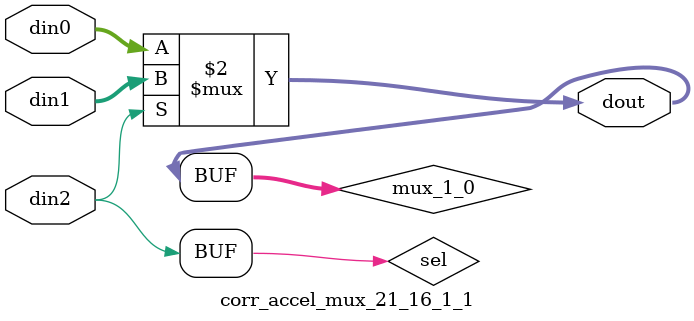
<source format=v>

`timescale 1ns/1ps

module corr_accel_mux_21_16_1_1 #(
parameter
    ID                = 0,
    NUM_STAGE         = 1,
    din0_WIDTH       = 32,
    din1_WIDTH       = 32,
    din2_WIDTH         = 32,
    dout_WIDTH            = 32
)(
    input  [15 : 0]     din0,
    input  [15 : 0]     din1,
    input  [0 : 0]    din2,
    output [15 : 0]   dout);

// puts internal signals
wire [0 : 0]     sel;
// level 1 signals
wire [15 : 0]         mux_1_0;

assign sel = din2;

// Generate level 1 logic
assign mux_1_0 = (sel[0] == 0)? din0 : din1;

// output logic
assign dout = mux_1_0;

endmodule

</source>
